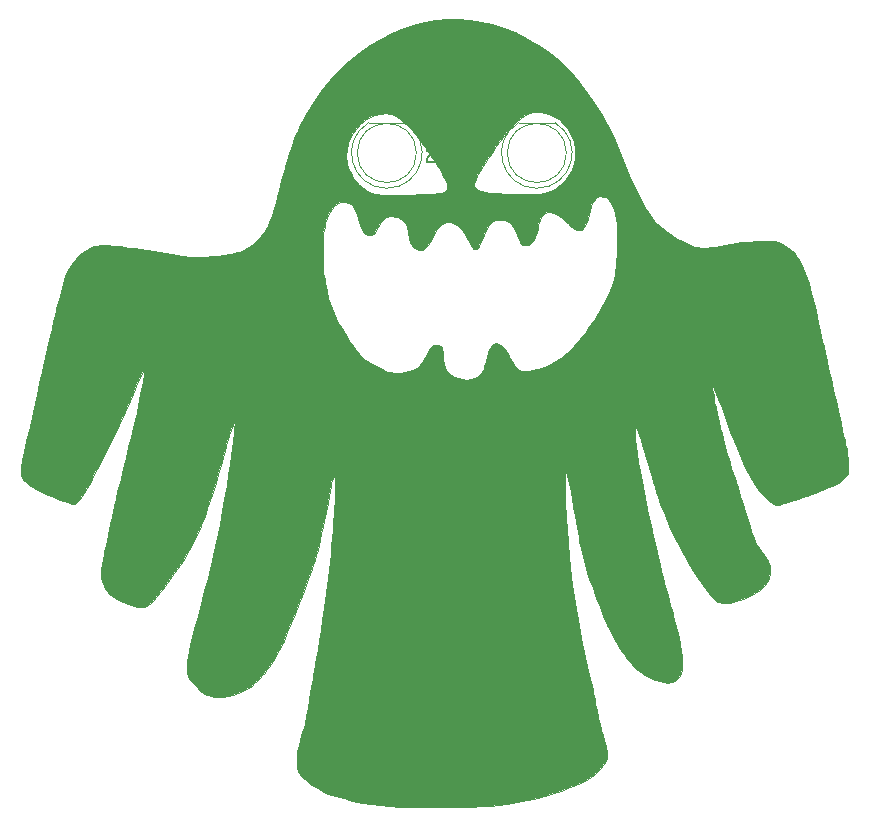
<source format=gbr>
G04 #@! TF.GenerationSoftware,KiCad,Pcbnew,(5.1.9)-1*
G04 #@! TF.CreationDate,2021-04-10T08:26:10+02:00*
G04 #@! TF.ProjectId,NE555V2,4e453535-3556-4322-9e6b-696361645f70,rev?*
G04 #@! TF.SameCoordinates,Original*
G04 #@! TF.FileFunction,Legend,Top*
G04 #@! TF.FilePolarity,Positive*
%FSLAX46Y46*%
G04 Gerber Fmt 4.6, Leading zero omitted, Abs format (unit mm)*
G04 Created by KiCad (PCBNEW (5.1.9)-1) date 2021-04-10 08:26:10*
%MOMM*%
%LPD*%
G01*
G04 APERTURE LIST*
%ADD10C,0.120000*%
%ADD11C,0.010000*%
%ADD12C,0.150000*%
G04 APERTURE END LIST*
D10*
X153945000Y-66020000D02*
X150855000Y-66020000D01*
X154900000Y-68580000D02*
G75*
G03*
X154900000Y-68580000I-2500000J0D01*
G01*
X152399538Y-71570000D02*
G75*
G03*
X153944830Y-66020000I462J2990000D01*
G01*
X152400462Y-71570000D02*
G75*
G02*
X150855170Y-66020000I-462J2990000D01*
G01*
D11*
G36*
X146725480Y-57327489D02*
G01*
X147689109Y-57476054D01*
X148650196Y-57699887D01*
X149603290Y-57997847D01*
X150542939Y-58368792D01*
X151463689Y-58811580D01*
X152360090Y-59325069D01*
X152714541Y-59552610D01*
X153542713Y-60147308D01*
X154336380Y-60811250D01*
X155096364Y-61545589D01*
X155823485Y-62351477D01*
X156518563Y-63230068D01*
X157182419Y-64182514D01*
X157815873Y-65209968D01*
X158419745Y-66313583D01*
X158994857Y-67494511D01*
X159542027Y-68753907D01*
X159891945Y-69638334D01*
X160206974Y-70425809D01*
X160559738Y-71238149D01*
X160930326Y-72030167D01*
X161289323Y-72725134D01*
X161656362Y-73343866D01*
X162039417Y-73894792D01*
X162446459Y-74386344D01*
X162885464Y-74826954D01*
X163364405Y-75225050D01*
X163891255Y-75589065D01*
X164473987Y-75927429D01*
X164752458Y-76071512D01*
X165063038Y-76224606D01*
X165335501Y-76350778D01*
X165581145Y-76450965D01*
X165811269Y-76526105D01*
X166037169Y-76577135D01*
X166270145Y-76604995D01*
X166521493Y-76610620D01*
X166802512Y-76594949D01*
X167124500Y-76558920D01*
X167498754Y-76503470D01*
X167936573Y-76429537D01*
X168296167Y-76365627D01*
X168804460Y-76277337D01*
X169252097Y-76207030D01*
X169660619Y-76152397D01*
X170051568Y-76111130D01*
X170446488Y-76080921D01*
X170866919Y-76059462D01*
X171280667Y-76045834D01*
X171701227Y-76037008D01*
X172050030Y-76036777D01*
X172339778Y-76047830D01*
X172583174Y-76072856D01*
X172792919Y-76114540D01*
X172981717Y-76175573D01*
X173162270Y-76258641D01*
X173347281Y-76366432D01*
X173549452Y-76501635D01*
X173599036Y-76536414D01*
X173891460Y-76762346D01*
X174146130Y-77005152D01*
X174373476Y-77278659D01*
X174583928Y-77596695D01*
X174787915Y-77973087D01*
X174960596Y-78341539D01*
X175120804Y-78724874D01*
X175273494Y-79138982D01*
X175421131Y-79592490D01*
X175566180Y-80094023D01*
X175711108Y-80652209D01*
X175858381Y-81275674D01*
X176010464Y-81973043D01*
X176042616Y-82126667D01*
X176083698Y-82319687D01*
X176141230Y-82583336D01*
X176212558Y-82905760D01*
X176295024Y-83275107D01*
X176385973Y-83679523D01*
X176482748Y-84107154D01*
X176582694Y-84546147D01*
X176678179Y-84963000D01*
X176809549Y-85535904D01*
X176945852Y-86132557D01*
X177085679Y-86746670D01*
X177227625Y-87371954D01*
X177370282Y-88002118D01*
X177512243Y-88630874D01*
X177652102Y-89251933D01*
X177788452Y-89859004D01*
X177919885Y-90445800D01*
X178044996Y-91006030D01*
X178162376Y-91533405D01*
X178270620Y-92021636D01*
X178368320Y-92464433D01*
X178454069Y-92855508D01*
X178526461Y-93188570D01*
X178584089Y-93457331D01*
X178625545Y-93655501D01*
X178647873Y-93768334D01*
X178702174Y-94113049D01*
X178740517Y-94466032D01*
X178762310Y-94809954D01*
X178766963Y-95127488D01*
X178753883Y-95401306D01*
X178722478Y-95614081D01*
X178712240Y-95653820D01*
X178631190Y-95849868D01*
X178500675Y-96036687D01*
X178315296Y-96218095D01*
X178069653Y-96397906D01*
X177758348Y-96579937D01*
X177375983Y-96768003D01*
X176917157Y-96965920D01*
X176773906Y-97023759D01*
X176554146Y-97109308D01*
X176279057Y-97213170D01*
X175961512Y-97330761D01*
X175614384Y-97457496D01*
X175250549Y-97588788D01*
X174882879Y-97720054D01*
X174524248Y-97846709D01*
X174187531Y-97964166D01*
X173885601Y-98067842D01*
X173631331Y-98153151D01*
X173437597Y-98215508D01*
X173372554Y-98235163D01*
X173106922Y-98309119D01*
X172903626Y-98354772D01*
X172745433Y-98372754D01*
X172615108Y-98363694D01*
X172495418Y-98328223D01*
X172377584Y-98271565D01*
X172219090Y-98166579D01*
X172026662Y-98009228D01*
X171816625Y-97815284D01*
X171605304Y-97600516D01*
X171409026Y-97380693D01*
X171256748Y-97188879D01*
X170917205Y-96695614D01*
X170575257Y-96133974D01*
X170229997Y-95501976D01*
X169880521Y-94797636D01*
X169525922Y-94018970D01*
X169165296Y-93163996D01*
X168797736Y-92230729D01*
X168422337Y-91217186D01*
X168062081Y-90191167D01*
X167970109Y-89930823D01*
X167867033Y-89651798D01*
X167765034Y-89386384D01*
X167676295Y-89166876D01*
X167670853Y-89153965D01*
X167585786Y-88945920D01*
X167505884Y-88738281D01*
X167441924Y-88559681D01*
X167412681Y-88468203D01*
X167359120Y-88308490D01*
X167313736Y-88220026D01*
X167280025Y-88205930D01*
X167261487Y-88269320D01*
X167259000Y-88331152D01*
X167271087Y-88545423D01*
X167306650Y-88835546D01*
X167364642Y-89196340D01*
X167444016Y-89622618D01*
X167543727Y-90109197D01*
X167662726Y-90650893D01*
X167799967Y-91242522D01*
X167954405Y-91878899D01*
X168061928Y-92307834D01*
X168169341Y-92728887D01*
X168268150Y-93110005D01*
X168361771Y-93462836D01*
X168453620Y-93799033D01*
X168547112Y-94130247D01*
X168645662Y-94468128D01*
X168752688Y-94824327D01*
X168871603Y-95210495D01*
X169005824Y-95638282D01*
X169158767Y-96119341D01*
X169333847Y-96665322D01*
X169396077Y-96858667D01*
X169639867Y-97616748D01*
X169857616Y-98296334D01*
X170049915Y-98899301D01*
X170217357Y-99427523D01*
X170360533Y-99882873D01*
X170480036Y-100267227D01*
X170576457Y-100582459D01*
X170646403Y-100816834D01*
X170763827Y-101173625D01*
X170899824Y-101493901D01*
X171066840Y-101801011D01*
X171277321Y-102118309D01*
X171492536Y-102404334D01*
X171713304Y-102695052D01*
X171881086Y-102939730D01*
X172002738Y-103152224D01*
X172085116Y-103346390D01*
X172135076Y-103536082D01*
X172159475Y-103735155D01*
X172160688Y-103754647D01*
X172145999Y-104179216D01*
X172051855Y-104576404D01*
X171879205Y-104945359D01*
X171628997Y-105285228D01*
X171302181Y-105595160D01*
X170899704Y-105874303D01*
X170422515Y-106121805D01*
X169871563Y-106336814D01*
X169247795Y-106518477D01*
X169025141Y-106571186D01*
X168634103Y-106646526D01*
X168309423Y-106681188D01*
X168043284Y-106675321D01*
X167827870Y-106629071D01*
X167745936Y-106595383D01*
X167585137Y-106489361D01*
X167385769Y-106308415D01*
X167148117Y-106052848D01*
X166872465Y-105722960D01*
X166628020Y-105410000D01*
X165980638Y-104506850D01*
X165354449Y-103524013D01*
X164750884Y-102464131D01*
X164171373Y-101329844D01*
X163617347Y-100123794D01*
X163132989Y-98957183D01*
X162998112Y-98611873D01*
X162871778Y-98278350D01*
X162750870Y-97946998D01*
X162632273Y-97608203D01*
X162512872Y-97252349D01*
X162389551Y-96869821D01*
X162259195Y-96451004D01*
X162118687Y-95986284D01*
X161964914Y-95466045D01*
X161794759Y-94880672D01*
X161657447Y-94403334D01*
X161485451Y-93807114D01*
X161333719Y-93289462D01*
X161201137Y-92847019D01*
X161086592Y-92476430D01*
X160988971Y-92174338D01*
X160907161Y-91937386D01*
X160840047Y-91762217D01*
X160786518Y-91645474D01*
X160745458Y-91583802D01*
X160718500Y-91572511D01*
X160697005Y-91622007D01*
X160684263Y-91742406D01*
X160679815Y-91920447D01*
X160683205Y-92142867D01*
X160693973Y-92396407D01*
X160711664Y-92667804D01*
X160735819Y-92943797D01*
X160765979Y-93211125D01*
X160778216Y-93302667D01*
X160878079Y-93975353D01*
X160998749Y-94718648D01*
X161138054Y-95521673D01*
X161293819Y-96373551D01*
X161463871Y-97263400D01*
X161646036Y-98180344D01*
X161838141Y-99113503D01*
X162038013Y-100051998D01*
X162243476Y-100984950D01*
X162452359Y-101901482D01*
X162662486Y-102790713D01*
X162727873Y-103060500D01*
X162836201Y-103500006D01*
X162954990Y-103973704D01*
X163081097Y-104469626D01*
X163211374Y-104975804D01*
X163342677Y-105480269D01*
X163471861Y-105971054D01*
X163595779Y-106436189D01*
X163711288Y-106863708D01*
X163815240Y-107241641D01*
X163904492Y-107558021D01*
X163958435Y-107742832D01*
X164136608Y-108373579D01*
X164293504Y-108995891D01*
X164427691Y-109600802D01*
X164537741Y-110179343D01*
X164622223Y-110722550D01*
X164679706Y-111221453D01*
X164708760Y-111667088D01*
X164707954Y-112050487D01*
X164685580Y-112301256D01*
X164607074Y-112656282D01*
X164480870Y-112941823D01*
X164305359Y-113159414D01*
X164078932Y-113310594D01*
X163799980Y-113396899D01*
X163514130Y-113420408D01*
X163196794Y-113392014D01*
X162835275Y-113311394D01*
X162446049Y-113185384D01*
X162045595Y-113020825D01*
X161650388Y-112824555D01*
X161276907Y-112603412D01*
X160941628Y-112364235D01*
X160911676Y-112340270D01*
X160650644Y-112102818D01*
X160366757Y-111797051D01*
X160067967Y-111433514D01*
X159762227Y-111022755D01*
X159457489Y-110575320D01*
X159161705Y-110101757D01*
X158957986Y-109749167D01*
X158650469Y-109166617D01*
X158337004Y-108513224D01*
X158022531Y-107802105D01*
X157711991Y-107046380D01*
X157410327Y-106259168D01*
X157122479Y-105453588D01*
X156853387Y-104642760D01*
X156607994Y-103839801D01*
X156391240Y-103057833D01*
X156295314Y-102679500D01*
X156221285Y-102372071D01*
X156150578Y-102066270D01*
X156081373Y-101752808D01*
X156011848Y-101422396D01*
X155940182Y-101065741D01*
X155864556Y-100673556D01*
X155783147Y-100236549D01*
X155694135Y-99745430D01*
X155595699Y-99190910D01*
X155486020Y-98563697D01*
X155465603Y-98446167D01*
X155360283Y-97845153D01*
X155266633Y-97323808D01*
X155183717Y-96878079D01*
X155110604Y-96503912D01*
X155046360Y-96197253D01*
X154990052Y-95954047D01*
X154940746Y-95770240D01*
X154897510Y-95641780D01*
X154859410Y-95564611D01*
X154825513Y-95534680D01*
X154797752Y-95544856D01*
X154776029Y-95611126D01*
X154760561Y-95756130D01*
X154751200Y-95974177D01*
X154747801Y-96259578D01*
X154750218Y-96606642D01*
X154758304Y-97009679D01*
X154771913Y-97462998D01*
X154790900Y-97960909D01*
X154815117Y-98497722D01*
X154844418Y-99067747D01*
X154878659Y-99665293D01*
X154917691Y-100284670D01*
X154920685Y-100330000D01*
X155122019Y-102748840D01*
X155405797Y-105177502D01*
X155771176Y-107610593D01*
X156217311Y-110042720D01*
X156743358Y-112468489D01*
X156964611Y-113389834D01*
X157049863Y-113738924D01*
X157121918Y-114043350D01*
X157184927Y-114323027D01*
X157243040Y-114597877D01*
X157300405Y-114887815D01*
X157361172Y-115212761D01*
X157429491Y-115592634D01*
X157462900Y-115781667D01*
X157492828Y-115928660D01*
X157541859Y-116142262D01*
X157606287Y-116407543D01*
X157682407Y-116709575D01*
X157766513Y-117033430D01*
X157854900Y-117364179D01*
X157864181Y-117398342D01*
X157989667Y-117862158D01*
X158093395Y-118252658D01*
X158176998Y-118577896D01*
X158242108Y-118845928D01*
X158290358Y-119064807D01*
X158323381Y-119242589D01*
X158342811Y-119387330D01*
X158350278Y-119507082D01*
X158347418Y-119609902D01*
X158335862Y-119703845D01*
X158333883Y-119715391D01*
X158228569Y-120071305D01*
X158040063Y-120419580D01*
X157769566Y-120759396D01*
X157418275Y-121089938D01*
X156987392Y-121410388D01*
X156478114Y-121719928D01*
X155891643Y-122017743D01*
X155229177Y-122303014D01*
X154491916Y-122574924D01*
X153818167Y-122791657D01*
X152499053Y-123155696D01*
X151178129Y-123448741D01*
X149840263Y-123673432D01*
X148470329Y-123832408D01*
X147404667Y-123910555D01*
X147170202Y-123921060D01*
X146861677Y-123930823D01*
X146489692Y-123939777D01*
X146064851Y-123947855D01*
X145597757Y-123954988D01*
X145099012Y-123961108D01*
X144579218Y-123966149D01*
X144048978Y-123970042D01*
X143518896Y-123972720D01*
X142999572Y-123974114D01*
X142501611Y-123974157D01*
X142035614Y-123972781D01*
X141612185Y-123969919D01*
X141241925Y-123965502D01*
X140935438Y-123959463D01*
X140737167Y-123953174D01*
X139960425Y-123905177D01*
X139162267Y-123824490D01*
X138357705Y-123713977D01*
X137561755Y-123576501D01*
X136789432Y-123414925D01*
X136055751Y-123232115D01*
X135375725Y-123030932D01*
X134764370Y-122814242D01*
X134763126Y-122813756D01*
X134200634Y-122570250D01*
X133691142Y-122301557D01*
X133240471Y-122012017D01*
X132854445Y-121705973D01*
X132538888Y-121387766D01*
X132299622Y-121061736D01*
X132220716Y-120918344D01*
X132058834Y-120590706D01*
X132060554Y-120017103D01*
X132066635Y-119764755D01*
X132085187Y-119521220D01*
X132119020Y-119273058D01*
X132170944Y-119006827D01*
X132243769Y-118709086D01*
X132340306Y-118366393D01*
X132463366Y-117965307D01*
X132539235Y-117727770D01*
X132620720Y-117469440D01*
X132688613Y-117237945D01*
X132746366Y-117016949D01*
X132797432Y-116790116D01*
X132845262Y-116541109D01*
X132893309Y-116253591D01*
X132945026Y-115911227D01*
X132990756Y-115591167D01*
X133095278Y-114900000D01*
X133216562Y-114198582D01*
X133359857Y-113457159D01*
X133412725Y-113199334D01*
X133482275Y-112847394D01*
X133561122Y-112416466D01*
X133649358Y-111905959D01*
X133747077Y-111315284D01*
X133854373Y-110643851D01*
X133971337Y-109891069D01*
X134098065Y-109056350D01*
X134234650Y-108139104D01*
X134381184Y-107138740D01*
X134474211Y-106496353D01*
X134561022Y-105873099D01*
X134645495Y-105225031D01*
X134727190Y-104557974D01*
X134805663Y-103877751D01*
X134880471Y-103190188D01*
X134951173Y-102501108D01*
X135017324Y-101816337D01*
X135078483Y-101141699D01*
X135134207Y-100483018D01*
X135184053Y-99846119D01*
X135227578Y-99236827D01*
X135264340Y-98660965D01*
X135293897Y-98124359D01*
X135315805Y-97632833D01*
X135329621Y-97192211D01*
X135334904Y-96808319D01*
X135331210Y-96486980D01*
X135318096Y-96234019D01*
X135295121Y-96055261D01*
X135273567Y-95978890D01*
X135226740Y-95883916D01*
X135193036Y-95862094D01*
X135172769Y-95885000D01*
X135146648Y-95952146D01*
X135112078Y-96075062D01*
X135068214Y-96257716D01*
X135014214Y-96504073D01*
X134949235Y-96818102D01*
X134872435Y-97203769D01*
X134782971Y-97665041D01*
X134682592Y-98192167D01*
X134539789Y-98940461D01*
X134408078Y-99614259D01*
X134285171Y-100222670D01*
X134168778Y-100774800D01*
X134056611Y-101279757D01*
X133946382Y-101746648D01*
X133835803Y-102184581D01*
X133722584Y-102602664D01*
X133604437Y-103010003D01*
X133479075Y-103415706D01*
X133344208Y-103828880D01*
X133197547Y-104258633D01*
X133060394Y-104648000D01*
X132676883Y-105706199D01*
X132308718Y-106684910D01*
X131954305Y-107587599D01*
X131612051Y-108417733D01*
X131280362Y-109178779D01*
X130957645Y-109874204D01*
X130642305Y-110507473D01*
X130332749Y-111082054D01*
X130027383Y-111601413D01*
X129724614Y-112069017D01*
X129508630Y-112373834D01*
X129350616Y-112573832D01*
X129156071Y-112797858D01*
X128938030Y-113032931D01*
X128709530Y-113266068D01*
X128483608Y-113484288D01*
X128273299Y-113674610D01*
X128091641Y-113824050D01*
X127962699Y-113913288D01*
X127562915Y-114121378D01*
X127129660Y-114298662D01*
X126678498Y-114441791D01*
X126224999Y-114547418D01*
X125784728Y-114612195D01*
X125373253Y-114632775D01*
X125006141Y-114605810D01*
X124866962Y-114579038D01*
X124502582Y-114462289D01*
X124163377Y-114286445D01*
X123834095Y-114042479D01*
X123610547Y-113835535D01*
X123299968Y-113494357D01*
X123066280Y-113162499D01*
X122904034Y-112829559D01*
X122807783Y-112485136D01*
X122777673Y-112245194D01*
X122777761Y-111991166D01*
X122808076Y-111659747D01*
X122868290Y-111252511D01*
X122958078Y-110771027D01*
X123077113Y-110216869D01*
X123225069Y-109591607D01*
X123401619Y-108896815D01*
X123606438Y-108134062D01*
X123704495Y-107780667D01*
X123985333Y-106750735D01*
X124263482Y-105678373D01*
X124536824Y-104573846D01*
X124803240Y-103447421D01*
X125060608Y-102309364D01*
X125306811Y-101169941D01*
X125539729Y-100039419D01*
X125757242Y-98928062D01*
X125957232Y-97846138D01*
X126137578Y-96803913D01*
X126296162Y-95811652D01*
X126430864Y-94879622D01*
X126510174Y-94255167D01*
X154643667Y-94255167D01*
X154664834Y-94276334D01*
X154686000Y-94255167D01*
X154664834Y-94234000D01*
X154643667Y-94255167D01*
X126510174Y-94255167D01*
X126531681Y-94085834D01*
X126563808Y-93811864D01*
X126602543Y-93481429D01*
X126644649Y-93122153D01*
X126686888Y-92761665D01*
X126726022Y-92427589D01*
X126726763Y-92421261D01*
X126765434Y-92080444D01*
X126792205Y-91815868D01*
X126807247Y-91619972D01*
X126810729Y-91485193D01*
X126802823Y-91403970D01*
X126783696Y-91368742D01*
X126753520Y-91371947D01*
X126750292Y-91373848D01*
X126705985Y-91435860D01*
X126643672Y-91575895D01*
X126564724Y-91789555D01*
X126470514Y-92072443D01*
X126362412Y-92420162D01*
X126241792Y-92828317D01*
X126110025Y-93292509D01*
X125968483Y-93808341D01*
X125837984Y-94297500D01*
X125636883Y-95038805D01*
X125423258Y-95785818D01*
X125200305Y-96529097D01*
X124971217Y-97259201D01*
X124739189Y-97966689D01*
X124507413Y-98642119D01*
X124279085Y-99276049D01*
X124057398Y-99859038D01*
X123845546Y-100381646D01*
X123646723Y-100834429D01*
X123575274Y-100986167D01*
X123029598Y-102040822D01*
X122406221Y-103101545D01*
X121710816Y-104159687D01*
X120949059Y-105206594D01*
X120156550Y-106197888D01*
X119911628Y-106481147D01*
X119699194Y-106698671D01*
X119505397Y-106855582D01*
X119316386Y-106957005D01*
X119118308Y-107008063D01*
X118897313Y-107013880D01*
X118639549Y-106979579D01*
X118331164Y-106910284D01*
X118271611Y-106895110D01*
X117786448Y-106759113D01*
X117374099Y-106618337D01*
X117022714Y-106467025D01*
X116720447Y-106299421D01*
X116455449Y-106109772D01*
X116223790Y-105900293D01*
X116024016Y-105681256D01*
X115869515Y-105463176D01*
X115747144Y-105238287D01*
X115648008Y-105017220D01*
X115573632Y-104800935D01*
X115524198Y-104579152D01*
X115499887Y-104341590D01*
X115500881Y-104077968D01*
X115527361Y-103778007D01*
X115579508Y-103431426D01*
X115657505Y-103027943D01*
X115761532Y-102557280D01*
X115797164Y-102404334D01*
X115864380Y-102110490D01*
X115932268Y-101799747D01*
X115995145Y-101499074D01*
X116047330Y-101235442D01*
X116073650Y-101092000D01*
X116116615Y-100846149D01*
X116161650Y-100588987D01*
X116202856Y-100354185D01*
X116229461Y-100203000D01*
X116268997Y-99995834D01*
X116326668Y-99720235D01*
X116402846Y-99374605D01*
X116497908Y-98957343D01*
X116612226Y-98466851D01*
X116746176Y-97901528D01*
X116900131Y-97259777D01*
X117074467Y-96539997D01*
X117269557Y-95740589D01*
X117363878Y-95355834D01*
X117605144Y-94370108D01*
X117825651Y-93463095D01*
X118026086Y-92631606D01*
X118207137Y-91872448D01*
X118369493Y-91182430D01*
X118513840Y-90558361D01*
X118640867Y-89997050D01*
X118751262Y-89495305D01*
X118845713Y-89049936D01*
X118924907Y-88657750D01*
X118989532Y-88315557D01*
X119040276Y-88020165D01*
X119077827Y-87768383D01*
X119102873Y-87557020D01*
X119116101Y-87382885D01*
X119118200Y-87242786D01*
X119117420Y-87220262D01*
X119104834Y-86931500D01*
X118887538Y-87354834D01*
X118801230Y-87532699D01*
X118694266Y-87768092D01*
X118576073Y-88039398D01*
X118456082Y-88325004D01*
X118351936Y-88582500D01*
X117931465Y-89608507D01*
X117460796Y-90689602D01*
X116944424Y-91816247D01*
X116386846Y-92978902D01*
X115792559Y-94168027D01*
X115166059Y-95374083D01*
X115029549Y-95631000D01*
X114735105Y-96177263D01*
X114473021Y-96650558D01*
X114240462Y-97054922D01*
X114034594Y-97394392D01*
X113852582Y-97673004D01*
X113691591Y-97894796D01*
X113548787Y-98063805D01*
X113421334Y-98184067D01*
X113306397Y-98259619D01*
X113201143Y-98294498D01*
X113156717Y-98298000D01*
X113043715Y-98280725D01*
X112864777Y-98231725D01*
X112630614Y-98155242D01*
X112351938Y-98055516D01*
X112039462Y-97936788D01*
X111703896Y-97803298D01*
X111355954Y-97659287D01*
X111006347Y-97508996D01*
X110665786Y-97356665D01*
X110344984Y-97206536D01*
X110118143Y-97095089D01*
X109711234Y-96875670D01*
X109382104Y-96665165D01*
X109125001Y-96458645D01*
X108934177Y-96251181D01*
X108803883Y-96037844D01*
X108761048Y-95931600D01*
X108738498Y-95856115D01*
X108721908Y-95774236D01*
X108712172Y-95680734D01*
X108710182Y-95570383D01*
X108716832Y-95437954D01*
X108733014Y-95278219D01*
X108759621Y-95085950D01*
X108797546Y-94855921D01*
X108847682Y-94582903D01*
X108910922Y-94261668D01*
X108988160Y-93886988D01*
X109080287Y-93453637D01*
X109188197Y-92956385D01*
X109312783Y-92390006D01*
X109454937Y-91749271D01*
X109542706Y-91355334D01*
X109802610Y-90191360D01*
X110045421Y-89106712D01*
X110271943Y-88097963D01*
X110482980Y-87161684D01*
X110679336Y-86294447D01*
X110861816Y-85492826D01*
X111031222Y-84753393D01*
X111188359Y-84072718D01*
X111334031Y-83447376D01*
X111469042Y-82873939D01*
X111594195Y-82348977D01*
X111710296Y-81869065D01*
X111818146Y-81430774D01*
X111918552Y-81030676D01*
X112012315Y-80665345D01*
X112100241Y-80331351D01*
X112183134Y-80025268D01*
X112261797Y-79743667D01*
X112286006Y-79658865D01*
X112495480Y-79034319D01*
X112747743Y-78466732D01*
X113039802Y-77959704D01*
X113368665Y-77516833D01*
X113731338Y-77141719D01*
X114124828Y-76837959D01*
X114546144Y-76609154D01*
X114935000Y-76473336D01*
X115144366Y-76435279D01*
X115420581Y-76411194D01*
X115746960Y-76401276D01*
X116106814Y-76405716D01*
X116483455Y-76424709D01*
X116797667Y-76451748D01*
X117086021Y-76484242D01*
X117445926Y-76529104D01*
X117865455Y-76584568D01*
X118332682Y-76648865D01*
X118835679Y-76720229D01*
X119362518Y-76796892D01*
X119901274Y-76877086D01*
X120440018Y-76959045D01*
X120966825Y-77041001D01*
X121469766Y-77121187D01*
X121936915Y-77197835D01*
X122356344Y-77269179D01*
X122576167Y-77307991D01*
X122851943Y-77356296D01*
X123069351Y-77390002D01*
X123253071Y-77410988D01*
X123427782Y-77421131D01*
X123618164Y-77422310D01*
X123848897Y-77416404D01*
X123952000Y-77412704D01*
X124433748Y-77385758D01*
X124934435Y-77341412D01*
X125438686Y-77282077D01*
X125931126Y-77210165D01*
X126396381Y-77128087D01*
X126819078Y-77038254D01*
X126949076Y-77004334D01*
X134261389Y-77004334D01*
X134263595Y-77438119D01*
X134270445Y-77806284D01*
X134283725Y-78127827D01*
X134305221Y-78421748D01*
X134336719Y-78707044D01*
X134380005Y-79002713D01*
X134436864Y-79327754D01*
X134509082Y-79701166D01*
X134520042Y-79756000D01*
X134641095Y-80330050D01*
X134762739Y-80836695D01*
X134891567Y-81292984D01*
X135034175Y-81715966D01*
X135197157Y-82122689D01*
X135387107Y-82530202D01*
X135610621Y-82955553D01*
X135874294Y-83415792D01*
X136046906Y-83703270D01*
X136301135Y-84115594D01*
X136524725Y-84464901D01*
X136726322Y-84763172D01*
X136914575Y-85022389D01*
X137098130Y-85254534D01*
X137285636Y-85471590D01*
X137453004Y-85651526D01*
X137810299Y-85992321D01*
X138194354Y-86292099D01*
X138624834Y-86564759D01*
X139091921Y-86809981D01*
X139446784Y-86970921D01*
X139758301Y-87084956D01*
X140049773Y-87157399D01*
X140344502Y-87193561D01*
X140665789Y-87198754D01*
X140779500Y-87194674D01*
X141211565Y-87153958D01*
X141588977Y-87070045D01*
X141921264Y-86936413D01*
X142217956Y-86746537D01*
X142488581Y-86493895D01*
X142742670Y-86171963D01*
X142989751Y-85774218D01*
X143070944Y-85626020D01*
X143181893Y-85428126D01*
X143295899Y-85241919D01*
X143398939Y-85089375D01*
X143471695Y-84997975D01*
X143566489Y-84904661D01*
X143647787Y-84856342D01*
X143751188Y-84838372D01*
X143865381Y-84836000D01*
X144077892Y-84855574D01*
X144245451Y-84910277D01*
X144352561Y-84994084D01*
X144374909Y-85034144D01*
X144387716Y-85102008D01*
X144403102Y-85236708D01*
X144419368Y-85420522D01*
X144434816Y-85635727D01*
X144438959Y-85702459D01*
X144478830Y-86126358D01*
X144545919Y-86479924D01*
X144644521Y-86774327D01*
X144778933Y-87020740D01*
X144953451Y-87230332D01*
X145065550Y-87331863D01*
X145363714Y-87527882D01*
X145710440Y-87670967D01*
X146085678Y-87757790D01*
X146469376Y-87785022D01*
X146841483Y-87749334D01*
X147118707Y-87672736D01*
X147372952Y-87542374D01*
X147602239Y-87358878D01*
X147784263Y-87142596D01*
X147869313Y-86987989D01*
X147916296Y-86856387D01*
X147971186Y-86668068D01*
X148026702Y-86449609D01*
X148069685Y-86256493D01*
X148160576Y-85867985D01*
X148261223Y-85545868D01*
X148378203Y-85271923D01*
X148507090Y-85044929D01*
X148646968Y-84861004D01*
X148786520Y-84752282D01*
X148937596Y-84710181D01*
X148970870Y-84709000D01*
X149152152Y-84735097D01*
X149326054Y-84816911D01*
X149497696Y-84959723D01*
X149672194Y-85168818D01*
X149854664Y-85449478D01*
X150050224Y-85806986D01*
X150067889Y-85841630D01*
X150262884Y-86203214D01*
X150444507Y-86490285D01*
X150618841Y-86710728D01*
X150791970Y-86872431D01*
X150934735Y-86965358D01*
X151140653Y-87034843D01*
X151406076Y-87060581D01*
X151719651Y-87045160D01*
X152070020Y-86991171D01*
X152445831Y-86901204D01*
X152835727Y-86777847D01*
X153228353Y-86623692D01*
X153612355Y-86441327D01*
X153876367Y-86294459D01*
X154422014Y-85929473D01*
X154968620Y-85484212D01*
X155511906Y-84962906D01*
X156047590Y-84369786D01*
X156571390Y-83709080D01*
X156771113Y-83434581D01*
X157316517Y-82634833D01*
X157788847Y-81873517D01*
X158187885Y-81151064D01*
X158513416Y-80467904D01*
X158765222Y-79824470D01*
X158943086Y-79221192D01*
X158984394Y-79036480D01*
X159050123Y-78653345D01*
X159104588Y-78207987D01*
X159147615Y-77714745D01*
X159179033Y-77187956D01*
X159198669Y-76641956D01*
X159206350Y-76091083D01*
X159201903Y-75549674D01*
X159185157Y-75032066D01*
X159155939Y-74552597D01*
X159114076Y-74125602D01*
X159059395Y-73765421D01*
X159048491Y-73710308D01*
X158944781Y-73324126D01*
X158806471Y-72990126D01*
X158638701Y-72712915D01*
X158446610Y-72497097D01*
X158235336Y-72347278D01*
X158010019Y-72268065D01*
X157775798Y-72264062D01*
X157537811Y-72339876D01*
X157525972Y-72345811D01*
X157355626Y-72456382D01*
X157211404Y-72605578D01*
X157088394Y-72802834D01*
X156981682Y-73057583D01*
X156886356Y-73379260D01*
X156808210Y-73724089D01*
X156709827Y-74146147D01*
X156602088Y-74487902D01*
X156482460Y-74753442D01*
X156348405Y-74946853D01*
X156197388Y-75072225D01*
X156026873Y-75133645D01*
X155928888Y-75141667D01*
X155784432Y-75119346D01*
X155627254Y-75048301D01*
X155448067Y-74922407D01*
X155237582Y-74735537D01*
X155088167Y-74587269D01*
X154823415Y-74334735D01*
X154548757Y-74105771D01*
X154275846Y-73907857D01*
X154016337Y-73748473D01*
X153781884Y-73635100D01*
X153584142Y-73575218D01*
X153499741Y-73567702D01*
X153261687Y-73612178D01*
X153041297Y-73735194D01*
X152845923Y-73931254D01*
X152696074Y-74168508D01*
X152654392Y-74273445D01*
X152602049Y-74439503D01*
X152545398Y-74644864D01*
X152490792Y-74867709D01*
X152484764Y-74894208D01*
X152381730Y-75291475D01*
X152264967Y-75635317D01*
X152138593Y-75915057D01*
X152016765Y-76107413D01*
X151863902Y-76254501D01*
X151681215Y-76356366D01*
X151489531Y-76407047D01*
X151309680Y-76400583D01*
X151182394Y-76346215D01*
X151092073Y-76258181D01*
X150993024Y-76111677D01*
X150881300Y-75899719D01*
X150752954Y-75615324D01*
X150705083Y-75501500D01*
X150541127Y-75126579D01*
X150387748Y-74827137D01*
X150236624Y-74596126D01*
X150079435Y-74426492D01*
X149907863Y-74311187D01*
X149713588Y-74243158D01*
X149488289Y-74215355D01*
X149223647Y-74220726D01*
X149196171Y-74222705D01*
X148926906Y-74264537D01*
X148695168Y-74350924D01*
X148493717Y-74489100D01*
X148315316Y-74686300D01*
X148152727Y-74949757D01*
X147998712Y-75286706D01*
X147916655Y-75501500D01*
X147767166Y-75893423D01*
X147630750Y-76206274D01*
X147504866Y-76444192D01*
X147386970Y-76611321D01*
X147274520Y-76711799D01*
X147164972Y-76749770D01*
X147149786Y-76750334D01*
X147088593Y-76743741D01*
X147032437Y-76717507D01*
X146974339Y-76661943D01*
X146907318Y-76567362D01*
X146824394Y-76424077D01*
X146718586Y-76222402D01*
X146600704Y-75988334D01*
X146408381Y-75619623D01*
X146231979Y-75321263D01*
X146062556Y-75082671D01*
X145891170Y-74893263D01*
X145708883Y-74742456D01*
X145506752Y-74619666D01*
X145400737Y-74567882D01*
X145097744Y-74461975D01*
X144818214Y-74430885D01*
X144568648Y-74475274D01*
X144552218Y-74481321D01*
X144393441Y-74558945D01*
X144243997Y-74670965D01*
X144097156Y-74825935D01*
X143946189Y-75032407D01*
X143784367Y-75298934D01*
X143604959Y-75634068D01*
X143533025Y-75776667D01*
X143354480Y-76113549D01*
X143190028Y-76374748D01*
X143033356Y-76566755D01*
X142878153Y-76696057D01*
X142718106Y-76769144D01*
X142546903Y-76792504D01*
X142544815Y-76792509D01*
X142324865Y-76755026D01*
X142102248Y-76652585D01*
X141900480Y-76500742D01*
X141743073Y-76315055D01*
X141695902Y-76230832D01*
X141661976Y-76153802D01*
X141632287Y-76069654D01*
X141603925Y-75965223D01*
X141573982Y-75827346D01*
X141539546Y-75642856D01*
X141497710Y-75398589D01*
X141455955Y-75145151D01*
X141389702Y-74829777D01*
X141299031Y-74582210D01*
X141172474Y-74386587D01*
X140998567Y-74227043D01*
X140765844Y-74087716D01*
X140652500Y-74033540D01*
X140418514Y-73960499D01*
X140160434Y-73933726D01*
X139908763Y-73953355D01*
X139694001Y-74019521D01*
X139674736Y-74029226D01*
X139504430Y-74147580D01*
X139322550Y-74320693D01*
X139149990Y-74525132D01*
X139007645Y-74737462D01*
X138956401Y-74834849D01*
X138814781Y-75104288D01*
X138673196Y-75314860D01*
X138538532Y-75457084D01*
X138472440Y-75501445D01*
X138268063Y-75567204D01*
X138072391Y-75551253D01*
X137887841Y-75456315D01*
X137716831Y-75285111D01*
X137561778Y-75040365D01*
X137425097Y-74724798D01*
X137309207Y-74341135D01*
X137262762Y-74138801D01*
X137153769Y-73716083D01*
X137018937Y-73371923D01*
X136855906Y-73103532D01*
X136662314Y-72908121D01*
X136435799Y-72782901D01*
X136173999Y-72725082D01*
X136061545Y-72720200D01*
X135780256Y-72761511D01*
X135513110Y-72882719D01*
X135263515Y-73079737D01*
X135034879Y-73348480D01*
X134830611Y-73684862D01*
X134654118Y-74084795D01*
X134508808Y-74544194D01*
X134494715Y-74598815D01*
X134428835Y-74868454D01*
X134376398Y-75108561D01*
X134335928Y-75334334D01*
X134305951Y-75560972D01*
X134284994Y-75803675D01*
X134271581Y-76077641D01*
X134264239Y-76398068D01*
X134261494Y-76780157D01*
X134261389Y-77004334D01*
X126949076Y-77004334D01*
X127183841Y-76943078D01*
X127406963Y-76870794D01*
X127853905Y-76666495D01*
X128283945Y-76386893D01*
X128687580Y-76041029D01*
X129055308Y-75637943D01*
X129377624Y-75186676D01*
X129604946Y-74779791D01*
X129722487Y-74527739D01*
X129835238Y-74256129D01*
X129946121Y-73955722D01*
X130058058Y-73617279D01*
X130173969Y-73231562D01*
X130296778Y-72789330D01*
X130429405Y-72281345D01*
X130558847Y-71763285D01*
X130769204Y-70923969D01*
X130970058Y-70159953D01*
X131164711Y-69462846D01*
X131311758Y-68973135D01*
X136278701Y-68973135D01*
X136302050Y-69270848D01*
X136357538Y-69544554D01*
X136451028Y-69823333D01*
X136585765Y-70130747D01*
X136733829Y-70425905D01*
X136877602Y-70669015D01*
X137036708Y-70889247D01*
X137230773Y-71115770D01*
X137295974Y-71186356D01*
X137634988Y-71501764D01*
X138002386Y-71757909D01*
X138385586Y-71947928D01*
X138772003Y-72064956D01*
X138959167Y-72093621D01*
X139145340Y-72106817D01*
X139403100Y-72116874D01*
X139719422Y-72123792D01*
X140081284Y-72127573D01*
X140475664Y-72128220D01*
X140889538Y-72125733D01*
X141309884Y-72120114D01*
X141723678Y-72111363D01*
X142117900Y-72099484D01*
X142282334Y-72093245D01*
X142799803Y-72069857D01*
X143259597Y-72044270D01*
X143656561Y-72016895D01*
X143985541Y-71988142D01*
X144241380Y-71958420D01*
X144418923Y-71928139D01*
X144448826Y-71920960D01*
X144588809Y-71855633D01*
X144713340Y-71750913D01*
X144718452Y-71744961D01*
X144785472Y-71636579D01*
X144817857Y-71506514D01*
X144813512Y-71349181D01*
X144775720Y-71182695D01*
X147078544Y-71182695D01*
X147086829Y-71353943D01*
X147151103Y-71502258D01*
X147274997Y-71629006D01*
X147462139Y-71735551D01*
X147716159Y-71823258D01*
X148040688Y-71893490D01*
X148439353Y-71947613D01*
X148915785Y-71986992D01*
X149266303Y-72005218D01*
X149581411Y-72016660D01*
X149931755Y-72026116D01*
X150306062Y-72033567D01*
X150693059Y-72038993D01*
X151081473Y-72042374D01*
X151460032Y-72043690D01*
X151817462Y-72042921D01*
X152142491Y-72040048D01*
X152423846Y-72035050D01*
X152650254Y-72027909D01*
X152810443Y-72018602D01*
X152872568Y-72011574D01*
X153043939Y-71973283D01*
X153243065Y-71914171D01*
X153389893Y-71861250D01*
X153904066Y-71613885D01*
X154357144Y-71307953D01*
X154748444Y-70944208D01*
X155077285Y-70523403D01*
X155342984Y-70046289D01*
X155544860Y-69513619D01*
X155558124Y-69469000D01*
X155592322Y-69331759D01*
X155615449Y-69183330D01*
X155629169Y-69004136D01*
X155635149Y-68774600D01*
X155635560Y-68558834D01*
X155633131Y-68303542D01*
X155626742Y-68112077D01*
X155613850Y-67963609D01*
X155591909Y-67837311D01*
X155558377Y-67712353D01*
X155516646Y-67585167D01*
X155299857Y-67063125D01*
X155026596Y-66590988D01*
X154702112Y-66175220D01*
X154331658Y-65822283D01*
X153920481Y-65538640D01*
X153801810Y-65474080D01*
X153422709Y-65297400D01*
X153064370Y-65171076D01*
X152722088Y-65097357D01*
X152391156Y-65078490D01*
X152066869Y-65116725D01*
X151744520Y-65214309D01*
X151419403Y-65373490D01*
X151086814Y-65596516D01*
X150742044Y-65885636D01*
X150380390Y-66243097D01*
X149997143Y-66671148D01*
X149587600Y-67172037D01*
X149205476Y-67669834D01*
X148883041Y-68108441D01*
X148573771Y-68545598D01*
X148281916Y-68974288D01*
X148011724Y-69387491D01*
X147767447Y-69778188D01*
X147553333Y-70139360D01*
X147373633Y-70463989D01*
X147232595Y-70745057D01*
X147134470Y-70975543D01*
X147083507Y-71148430D01*
X147078544Y-71182695D01*
X144775720Y-71182695D01*
X144770340Y-71158998D01*
X144686246Y-70930382D01*
X144559135Y-70657750D01*
X144386910Y-70335519D01*
X144167478Y-69958107D01*
X143898741Y-69519931D01*
X143860184Y-69458388D01*
X143401318Y-68746182D01*
X142964240Y-68107018D01*
X142543547Y-67533757D01*
X142133837Y-67019257D01*
X141729709Y-66556380D01*
X141415313Y-66227007D01*
X141106347Y-65927763D01*
X140833820Y-65691780D01*
X140586006Y-65512688D01*
X140351178Y-65384117D01*
X140117610Y-65299697D01*
X139873574Y-65253059D01*
X139607345Y-65237833D01*
X139594167Y-65237784D01*
X139135153Y-65266056D01*
X138714325Y-65356176D01*
X138306694Y-65513622D01*
X138281834Y-65525463D01*
X137827467Y-65790461D01*
X137418684Y-66123930D01*
X137060434Y-66520059D01*
X136757667Y-66973042D01*
X136515331Y-67477068D01*
X136436652Y-67691000D01*
X136374892Y-67885639D01*
X136333170Y-68054208D01*
X136306559Y-68226305D01*
X136290132Y-68431529D01*
X136281628Y-68622334D01*
X136278701Y-68973135D01*
X131311758Y-68973135D01*
X131356463Y-68824255D01*
X131548617Y-68235786D01*
X131744472Y-67689049D01*
X131947330Y-67175651D01*
X132160493Y-66687199D01*
X132387262Y-66215300D01*
X132630937Y-65751563D01*
X132894821Y-65287595D01*
X133182214Y-64815004D01*
X133466831Y-64370567D01*
X134168162Y-63365124D01*
X134908428Y-62434832D01*
X135687785Y-61579577D01*
X136506390Y-60799248D01*
X137364398Y-60093730D01*
X138261968Y-59462910D01*
X139199254Y-58906676D01*
X140176414Y-58424913D01*
X141193603Y-58017510D01*
X142250979Y-57684352D01*
X142954601Y-57508751D01*
X143873871Y-57344824D01*
X144812409Y-57260732D01*
X145764763Y-57255335D01*
X146725480Y-57327489D01*
G37*
X146725480Y-57327489D02*
X147689109Y-57476054D01*
X148650196Y-57699887D01*
X149603290Y-57997847D01*
X150542939Y-58368792D01*
X151463689Y-58811580D01*
X152360090Y-59325069D01*
X152714541Y-59552610D01*
X153542713Y-60147308D01*
X154336380Y-60811250D01*
X155096364Y-61545589D01*
X155823485Y-62351477D01*
X156518563Y-63230068D01*
X157182419Y-64182514D01*
X157815873Y-65209968D01*
X158419745Y-66313583D01*
X158994857Y-67494511D01*
X159542027Y-68753907D01*
X159891945Y-69638334D01*
X160206974Y-70425809D01*
X160559738Y-71238149D01*
X160930326Y-72030167D01*
X161289323Y-72725134D01*
X161656362Y-73343866D01*
X162039417Y-73894792D01*
X162446459Y-74386344D01*
X162885464Y-74826954D01*
X163364405Y-75225050D01*
X163891255Y-75589065D01*
X164473987Y-75927429D01*
X164752458Y-76071512D01*
X165063038Y-76224606D01*
X165335501Y-76350778D01*
X165581145Y-76450965D01*
X165811269Y-76526105D01*
X166037169Y-76577135D01*
X166270145Y-76604995D01*
X166521493Y-76610620D01*
X166802512Y-76594949D01*
X167124500Y-76558920D01*
X167498754Y-76503470D01*
X167936573Y-76429537D01*
X168296167Y-76365627D01*
X168804460Y-76277337D01*
X169252097Y-76207030D01*
X169660619Y-76152397D01*
X170051568Y-76111130D01*
X170446488Y-76080921D01*
X170866919Y-76059462D01*
X171280667Y-76045834D01*
X171701227Y-76037008D01*
X172050030Y-76036777D01*
X172339778Y-76047830D01*
X172583174Y-76072856D01*
X172792919Y-76114540D01*
X172981717Y-76175573D01*
X173162270Y-76258641D01*
X173347281Y-76366432D01*
X173549452Y-76501635D01*
X173599036Y-76536414D01*
X173891460Y-76762346D01*
X174146130Y-77005152D01*
X174373476Y-77278659D01*
X174583928Y-77596695D01*
X174787915Y-77973087D01*
X174960596Y-78341539D01*
X175120804Y-78724874D01*
X175273494Y-79138982D01*
X175421131Y-79592490D01*
X175566180Y-80094023D01*
X175711108Y-80652209D01*
X175858381Y-81275674D01*
X176010464Y-81973043D01*
X176042616Y-82126667D01*
X176083698Y-82319687D01*
X176141230Y-82583336D01*
X176212558Y-82905760D01*
X176295024Y-83275107D01*
X176385973Y-83679523D01*
X176482748Y-84107154D01*
X176582694Y-84546147D01*
X176678179Y-84963000D01*
X176809549Y-85535904D01*
X176945852Y-86132557D01*
X177085679Y-86746670D01*
X177227625Y-87371954D01*
X177370282Y-88002118D01*
X177512243Y-88630874D01*
X177652102Y-89251933D01*
X177788452Y-89859004D01*
X177919885Y-90445800D01*
X178044996Y-91006030D01*
X178162376Y-91533405D01*
X178270620Y-92021636D01*
X178368320Y-92464433D01*
X178454069Y-92855508D01*
X178526461Y-93188570D01*
X178584089Y-93457331D01*
X178625545Y-93655501D01*
X178647873Y-93768334D01*
X178702174Y-94113049D01*
X178740517Y-94466032D01*
X178762310Y-94809954D01*
X178766963Y-95127488D01*
X178753883Y-95401306D01*
X178722478Y-95614081D01*
X178712240Y-95653820D01*
X178631190Y-95849868D01*
X178500675Y-96036687D01*
X178315296Y-96218095D01*
X178069653Y-96397906D01*
X177758348Y-96579937D01*
X177375983Y-96768003D01*
X176917157Y-96965920D01*
X176773906Y-97023759D01*
X176554146Y-97109308D01*
X176279057Y-97213170D01*
X175961512Y-97330761D01*
X175614384Y-97457496D01*
X175250549Y-97588788D01*
X174882879Y-97720054D01*
X174524248Y-97846709D01*
X174187531Y-97964166D01*
X173885601Y-98067842D01*
X173631331Y-98153151D01*
X173437597Y-98215508D01*
X173372554Y-98235163D01*
X173106922Y-98309119D01*
X172903626Y-98354772D01*
X172745433Y-98372754D01*
X172615108Y-98363694D01*
X172495418Y-98328223D01*
X172377584Y-98271565D01*
X172219090Y-98166579D01*
X172026662Y-98009228D01*
X171816625Y-97815284D01*
X171605304Y-97600516D01*
X171409026Y-97380693D01*
X171256748Y-97188879D01*
X170917205Y-96695614D01*
X170575257Y-96133974D01*
X170229997Y-95501976D01*
X169880521Y-94797636D01*
X169525922Y-94018970D01*
X169165296Y-93163996D01*
X168797736Y-92230729D01*
X168422337Y-91217186D01*
X168062081Y-90191167D01*
X167970109Y-89930823D01*
X167867033Y-89651798D01*
X167765034Y-89386384D01*
X167676295Y-89166876D01*
X167670853Y-89153965D01*
X167585786Y-88945920D01*
X167505884Y-88738281D01*
X167441924Y-88559681D01*
X167412681Y-88468203D01*
X167359120Y-88308490D01*
X167313736Y-88220026D01*
X167280025Y-88205930D01*
X167261487Y-88269320D01*
X167259000Y-88331152D01*
X167271087Y-88545423D01*
X167306650Y-88835546D01*
X167364642Y-89196340D01*
X167444016Y-89622618D01*
X167543727Y-90109197D01*
X167662726Y-90650893D01*
X167799967Y-91242522D01*
X167954405Y-91878899D01*
X168061928Y-92307834D01*
X168169341Y-92728887D01*
X168268150Y-93110005D01*
X168361771Y-93462836D01*
X168453620Y-93799033D01*
X168547112Y-94130247D01*
X168645662Y-94468128D01*
X168752688Y-94824327D01*
X168871603Y-95210495D01*
X169005824Y-95638282D01*
X169158767Y-96119341D01*
X169333847Y-96665322D01*
X169396077Y-96858667D01*
X169639867Y-97616748D01*
X169857616Y-98296334D01*
X170049915Y-98899301D01*
X170217357Y-99427523D01*
X170360533Y-99882873D01*
X170480036Y-100267227D01*
X170576457Y-100582459D01*
X170646403Y-100816834D01*
X170763827Y-101173625D01*
X170899824Y-101493901D01*
X171066840Y-101801011D01*
X171277321Y-102118309D01*
X171492536Y-102404334D01*
X171713304Y-102695052D01*
X171881086Y-102939730D01*
X172002738Y-103152224D01*
X172085116Y-103346390D01*
X172135076Y-103536082D01*
X172159475Y-103735155D01*
X172160688Y-103754647D01*
X172145999Y-104179216D01*
X172051855Y-104576404D01*
X171879205Y-104945359D01*
X171628997Y-105285228D01*
X171302181Y-105595160D01*
X170899704Y-105874303D01*
X170422515Y-106121805D01*
X169871563Y-106336814D01*
X169247795Y-106518477D01*
X169025141Y-106571186D01*
X168634103Y-106646526D01*
X168309423Y-106681188D01*
X168043284Y-106675321D01*
X167827870Y-106629071D01*
X167745936Y-106595383D01*
X167585137Y-106489361D01*
X167385769Y-106308415D01*
X167148117Y-106052848D01*
X166872465Y-105722960D01*
X166628020Y-105410000D01*
X165980638Y-104506850D01*
X165354449Y-103524013D01*
X164750884Y-102464131D01*
X164171373Y-101329844D01*
X163617347Y-100123794D01*
X163132989Y-98957183D01*
X162998112Y-98611873D01*
X162871778Y-98278350D01*
X162750870Y-97946998D01*
X162632273Y-97608203D01*
X162512872Y-97252349D01*
X162389551Y-96869821D01*
X162259195Y-96451004D01*
X162118687Y-95986284D01*
X161964914Y-95466045D01*
X161794759Y-94880672D01*
X161657447Y-94403334D01*
X161485451Y-93807114D01*
X161333719Y-93289462D01*
X161201137Y-92847019D01*
X161086592Y-92476430D01*
X160988971Y-92174338D01*
X160907161Y-91937386D01*
X160840047Y-91762217D01*
X160786518Y-91645474D01*
X160745458Y-91583802D01*
X160718500Y-91572511D01*
X160697005Y-91622007D01*
X160684263Y-91742406D01*
X160679815Y-91920447D01*
X160683205Y-92142867D01*
X160693973Y-92396407D01*
X160711664Y-92667804D01*
X160735819Y-92943797D01*
X160765979Y-93211125D01*
X160778216Y-93302667D01*
X160878079Y-93975353D01*
X160998749Y-94718648D01*
X161138054Y-95521673D01*
X161293819Y-96373551D01*
X161463871Y-97263400D01*
X161646036Y-98180344D01*
X161838141Y-99113503D01*
X162038013Y-100051998D01*
X162243476Y-100984950D01*
X162452359Y-101901482D01*
X162662486Y-102790713D01*
X162727873Y-103060500D01*
X162836201Y-103500006D01*
X162954990Y-103973704D01*
X163081097Y-104469626D01*
X163211374Y-104975804D01*
X163342677Y-105480269D01*
X163471861Y-105971054D01*
X163595779Y-106436189D01*
X163711288Y-106863708D01*
X163815240Y-107241641D01*
X163904492Y-107558021D01*
X163958435Y-107742832D01*
X164136608Y-108373579D01*
X164293504Y-108995891D01*
X164427691Y-109600802D01*
X164537741Y-110179343D01*
X164622223Y-110722550D01*
X164679706Y-111221453D01*
X164708760Y-111667088D01*
X164707954Y-112050487D01*
X164685580Y-112301256D01*
X164607074Y-112656282D01*
X164480870Y-112941823D01*
X164305359Y-113159414D01*
X164078932Y-113310594D01*
X163799980Y-113396899D01*
X163514130Y-113420408D01*
X163196794Y-113392014D01*
X162835275Y-113311394D01*
X162446049Y-113185384D01*
X162045595Y-113020825D01*
X161650388Y-112824555D01*
X161276907Y-112603412D01*
X160941628Y-112364235D01*
X160911676Y-112340270D01*
X160650644Y-112102818D01*
X160366757Y-111797051D01*
X160067967Y-111433514D01*
X159762227Y-111022755D01*
X159457489Y-110575320D01*
X159161705Y-110101757D01*
X158957986Y-109749167D01*
X158650469Y-109166617D01*
X158337004Y-108513224D01*
X158022531Y-107802105D01*
X157711991Y-107046380D01*
X157410327Y-106259168D01*
X157122479Y-105453588D01*
X156853387Y-104642760D01*
X156607994Y-103839801D01*
X156391240Y-103057833D01*
X156295314Y-102679500D01*
X156221285Y-102372071D01*
X156150578Y-102066270D01*
X156081373Y-101752808D01*
X156011848Y-101422396D01*
X155940182Y-101065741D01*
X155864556Y-100673556D01*
X155783147Y-100236549D01*
X155694135Y-99745430D01*
X155595699Y-99190910D01*
X155486020Y-98563697D01*
X155465603Y-98446167D01*
X155360283Y-97845153D01*
X155266633Y-97323808D01*
X155183717Y-96878079D01*
X155110604Y-96503912D01*
X155046360Y-96197253D01*
X154990052Y-95954047D01*
X154940746Y-95770240D01*
X154897510Y-95641780D01*
X154859410Y-95564611D01*
X154825513Y-95534680D01*
X154797752Y-95544856D01*
X154776029Y-95611126D01*
X154760561Y-95756130D01*
X154751200Y-95974177D01*
X154747801Y-96259578D01*
X154750218Y-96606642D01*
X154758304Y-97009679D01*
X154771913Y-97462998D01*
X154790900Y-97960909D01*
X154815117Y-98497722D01*
X154844418Y-99067747D01*
X154878659Y-99665293D01*
X154917691Y-100284670D01*
X154920685Y-100330000D01*
X155122019Y-102748840D01*
X155405797Y-105177502D01*
X155771176Y-107610593D01*
X156217311Y-110042720D01*
X156743358Y-112468489D01*
X156964611Y-113389834D01*
X157049863Y-113738924D01*
X157121918Y-114043350D01*
X157184927Y-114323027D01*
X157243040Y-114597877D01*
X157300405Y-114887815D01*
X157361172Y-115212761D01*
X157429491Y-115592634D01*
X157462900Y-115781667D01*
X157492828Y-115928660D01*
X157541859Y-116142262D01*
X157606287Y-116407543D01*
X157682407Y-116709575D01*
X157766513Y-117033430D01*
X157854900Y-117364179D01*
X157864181Y-117398342D01*
X157989667Y-117862158D01*
X158093395Y-118252658D01*
X158176998Y-118577896D01*
X158242108Y-118845928D01*
X158290358Y-119064807D01*
X158323381Y-119242589D01*
X158342811Y-119387330D01*
X158350278Y-119507082D01*
X158347418Y-119609902D01*
X158335862Y-119703845D01*
X158333883Y-119715391D01*
X158228569Y-120071305D01*
X158040063Y-120419580D01*
X157769566Y-120759396D01*
X157418275Y-121089938D01*
X156987392Y-121410388D01*
X156478114Y-121719928D01*
X155891643Y-122017743D01*
X155229177Y-122303014D01*
X154491916Y-122574924D01*
X153818167Y-122791657D01*
X152499053Y-123155696D01*
X151178129Y-123448741D01*
X149840263Y-123673432D01*
X148470329Y-123832408D01*
X147404667Y-123910555D01*
X147170202Y-123921060D01*
X146861677Y-123930823D01*
X146489692Y-123939777D01*
X146064851Y-123947855D01*
X145597757Y-123954988D01*
X145099012Y-123961108D01*
X144579218Y-123966149D01*
X144048978Y-123970042D01*
X143518896Y-123972720D01*
X142999572Y-123974114D01*
X142501611Y-123974157D01*
X142035614Y-123972781D01*
X141612185Y-123969919D01*
X141241925Y-123965502D01*
X140935438Y-123959463D01*
X140737167Y-123953174D01*
X139960425Y-123905177D01*
X139162267Y-123824490D01*
X138357705Y-123713977D01*
X137561755Y-123576501D01*
X136789432Y-123414925D01*
X136055751Y-123232115D01*
X135375725Y-123030932D01*
X134764370Y-122814242D01*
X134763126Y-122813756D01*
X134200634Y-122570250D01*
X133691142Y-122301557D01*
X133240471Y-122012017D01*
X132854445Y-121705973D01*
X132538888Y-121387766D01*
X132299622Y-121061736D01*
X132220716Y-120918344D01*
X132058834Y-120590706D01*
X132060554Y-120017103D01*
X132066635Y-119764755D01*
X132085187Y-119521220D01*
X132119020Y-119273058D01*
X132170944Y-119006827D01*
X132243769Y-118709086D01*
X132340306Y-118366393D01*
X132463366Y-117965307D01*
X132539235Y-117727770D01*
X132620720Y-117469440D01*
X132688613Y-117237945D01*
X132746366Y-117016949D01*
X132797432Y-116790116D01*
X132845262Y-116541109D01*
X132893309Y-116253591D01*
X132945026Y-115911227D01*
X132990756Y-115591167D01*
X133095278Y-114900000D01*
X133216562Y-114198582D01*
X133359857Y-113457159D01*
X133412725Y-113199334D01*
X133482275Y-112847394D01*
X133561122Y-112416466D01*
X133649358Y-111905959D01*
X133747077Y-111315284D01*
X133854373Y-110643851D01*
X133971337Y-109891069D01*
X134098065Y-109056350D01*
X134234650Y-108139104D01*
X134381184Y-107138740D01*
X134474211Y-106496353D01*
X134561022Y-105873099D01*
X134645495Y-105225031D01*
X134727190Y-104557974D01*
X134805663Y-103877751D01*
X134880471Y-103190188D01*
X134951173Y-102501108D01*
X135017324Y-101816337D01*
X135078483Y-101141699D01*
X135134207Y-100483018D01*
X135184053Y-99846119D01*
X135227578Y-99236827D01*
X135264340Y-98660965D01*
X135293897Y-98124359D01*
X135315805Y-97632833D01*
X135329621Y-97192211D01*
X135334904Y-96808319D01*
X135331210Y-96486980D01*
X135318096Y-96234019D01*
X135295121Y-96055261D01*
X135273567Y-95978890D01*
X135226740Y-95883916D01*
X135193036Y-95862094D01*
X135172769Y-95885000D01*
X135146648Y-95952146D01*
X135112078Y-96075062D01*
X135068214Y-96257716D01*
X135014214Y-96504073D01*
X134949235Y-96818102D01*
X134872435Y-97203769D01*
X134782971Y-97665041D01*
X134682592Y-98192167D01*
X134539789Y-98940461D01*
X134408078Y-99614259D01*
X134285171Y-100222670D01*
X134168778Y-100774800D01*
X134056611Y-101279757D01*
X133946382Y-101746648D01*
X133835803Y-102184581D01*
X133722584Y-102602664D01*
X133604437Y-103010003D01*
X133479075Y-103415706D01*
X133344208Y-103828880D01*
X133197547Y-104258633D01*
X133060394Y-104648000D01*
X132676883Y-105706199D01*
X132308718Y-106684910D01*
X131954305Y-107587599D01*
X131612051Y-108417733D01*
X131280362Y-109178779D01*
X130957645Y-109874204D01*
X130642305Y-110507473D01*
X130332749Y-111082054D01*
X130027383Y-111601413D01*
X129724614Y-112069017D01*
X129508630Y-112373834D01*
X129350616Y-112573832D01*
X129156071Y-112797858D01*
X128938030Y-113032931D01*
X128709530Y-113266068D01*
X128483608Y-113484288D01*
X128273299Y-113674610D01*
X128091641Y-113824050D01*
X127962699Y-113913288D01*
X127562915Y-114121378D01*
X127129660Y-114298662D01*
X126678498Y-114441791D01*
X126224999Y-114547418D01*
X125784728Y-114612195D01*
X125373253Y-114632775D01*
X125006141Y-114605810D01*
X124866962Y-114579038D01*
X124502582Y-114462289D01*
X124163377Y-114286445D01*
X123834095Y-114042479D01*
X123610547Y-113835535D01*
X123299968Y-113494357D01*
X123066280Y-113162499D01*
X122904034Y-112829559D01*
X122807783Y-112485136D01*
X122777673Y-112245194D01*
X122777761Y-111991166D01*
X122808076Y-111659747D01*
X122868290Y-111252511D01*
X122958078Y-110771027D01*
X123077113Y-110216869D01*
X123225069Y-109591607D01*
X123401619Y-108896815D01*
X123606438Y-108134062D01*
X123704495Y-107780667D01*
X123985333Y-106750735D01*
X124263482Y-105678373D01*
X124536824Y-104573846D01*
X124803240Y-103447421D01*
X125060608Y-102309364D01*
X125306811Y-101169941D01*
X125539729Y-100039419D01*
X125757242Y-98928062D01*
X125957232Y-97846138D01*
X126137578Y-96803913D01*
X126296162Y-95811652D01*
X126430864Y-94879622D01*
X126510174Y-94255167D01*
X154643667Y-94255167D01*
X154664834Y-94276334D01*
X154686000Y-94255167D01*
X154664834Y-94234000D01*
X154643667Y-94255167D01*
X126510174Y-94255167D01*
X126531681Y-94085834D01*
X126563808Y-93811864D01*
X126602543Y-93481429D01*
X126644649Y-93122153D01*
X126686888Y-92761665D01*
X126726022Y-92427589D01*
X126726763Y-92421261D01*
X126765434Y-92080444D01*
X126792205Y-91815868D01*
X126807247Y-91619972D01*
X126810729Y-91485193D01*
X126802823Y-91403970D01*
X126783696Y-91368742D01*
X126753520Y-91371947D01*
X126750292Y-91373848D01*
X126705985Y-91435860D01*
X126643672Y-91575895D01*
X126564724Y-91789555D01*
X126470514Y-92072443D01*
X126362412Y-92420162D01*
X126241792Y-92828317D01*
X126110025Y-93292509D01*
X125968483Y-93808341D01*
X125837984Y-94297500D01*
X125636883Y-95038805D01*
X125423258Y-95785818D01*
X125200305Y-96529097D01*
X124971217Y-97259201D01*
X124739189Y-97966689D01*
X124507413Y-98642119D01*
X124279085Y-99276049D01*
X124057398Y-99859038D01*
X123845546Y-100381646D01*
X123646723Y-100834429D01*
X123575274Y-100986167D01*
X123029598Y-102040822D01*
X122406221Y-103101545D01*
X121710816Y-104159687D01*
X120949059Y-105206594D01*
X120156550Y-106197888D01*
X119911628Y-106481147D01*
X119699194Y-106698671D01*
X119505397Y-106855582D01*
X119316386Y-106957005D01*
X119118308Y-107008063D01*
X118897313Y-107013880D01*
X118639549Y-106979579D01*
X118331164Y-106910284D01*
X118271611Y-106895110D01*
X117786448Y-106759113D01*
X117374099Y-106618337D01*
X117022714Y-106467025D01*
X116720447Y-106299421D01*
X116455449Y-106109772D01*
X116223790Y-105900293D01*
X116024016Y-105681256D01*
X115869515Y-105463176D01*
X115747144Y-105238287D01*
X115648008Y-105017220D01*
X115573632Y-104800935D01*
X115524198Y-104579152D01*
X115499887Y-104341590D01*
X115500881Y-104077968D01*
X115527361Y-103778007D01*
X115579508Y-103431426D01*
X115657505Y-103027943D01*
X115761532Y-102557280D01*
X115797164Y-102404334D01*
X115864380Y-102110490D01*
X115932268Y-101799747D01*
X115995145Y-101499074D01*
X116047330Y-101235442D01*
X116073650Y-101092000D01*
X116116615Y-100846149D01*
X116161650Y-100588987D01*
X116202856Y-100354185D01*
X116229461Y-100203000D01*
X116268997Y-99995834D01*
X116326668Y-99720235D01*
X116402846Y-99374605D01*
X116497908Y-98957343D01*
X116612226Y-98466851D01*
X116746176Y-97901528D01*
X116900131Y-97259777D01*
X117074467Y-96539997D01*
X117269557Y-95740589D01*
X117363878Y-95355834D01*
X117605144Y-94370108D01*
X117825651Y-93463095D01*
X118026086Y-92631606D01*
X118207137Y-91872448D01*
X118369493Y-91182430D01*
X118513840Y-90558361D01*
X118640867Y-89997050D01*
X118751262Y-89495305D01*
X118845713Y-89049936D01*
X118924907Y-88657750D01*
X118989532Y-88315557D01*
X119040276Y-88020165D01*
X119077827Y-87768383D01*
X119102873Y-87557020D01*
X119116101Y-87382885D01*
X119118200Y-87242786D01*
X119117420Y-87220262D01*
X119104834Y-86931500D01*
X118887538Y-87354834D01*
X118801230Y-87532699D01*
X118694266Y-87768092D01*
X118576073Y-88039398D01*
X118456082Y-88325004D01*
X118351936Y-88582500D01*
X117931465Y-89608507D01*
X117460796Y-90689602D01*
X116944424Y-91816247D01*
X116386846Y-92978902D01*
X115792559Y-94168027D01*
X115166059Y-95374083D01*
X115029549Y-95631000D01*
X114735105Y-96177263D01*
X114473021Y-96650558D01*
X114240462Y-97054922D01*
X114034594Y-97394392D01*
X113852582Y-97673004D01*
X113691591Y-97894796D01*
X113548787Y-98063805D01*
X113421334Y-98184067D01*
X113306397Y-98259619D01*
X113201143Y-98294498D01*
X113156717Y-98298000D01*
X113043715Y-98280725D01*
X112864777Y-98231725D01*
X112630614Y-98155242D01*
X112351938Y-98055516D01*
X112039462Y-97936788D01*
X111703896Y-97803298D01*
X111355954Y-97659287D01*
X111006347Y-97508996D01*
X110665786Y-97356665D01*
X110344984Y-97206536D01*
X110118143Y-97095089D01*
X109711234Y-96875670D01*
X109382104Y-96665165D01*
X109125001Y-96458645D01*
X108934177Y-96251181D01*
X108803883Y-96037844D01*
X108761048Y-95931600D01*
X108738498Y-95856115D01*
X108721908Y-95774236D01*
X108712172Y-95680734D01*
X108710182Y-95570383D01*
X108716832Y-95437954D01*
X108733014Y-95278219D01*
X108759621Y-95085950D01*
X108797546Y-94855921D01*
X108847682Y-94582903D01*
X108910922Y-94261668D01*
X108988160Y-93886988D01*
X109080287Y-93453637D01*
X109188197Y-92956385D01*
X109312783Y-92390006D01*
X109454937Y-91749271D01*
X109542706Y-91355334D01*
X109802610Y-90191360D01*
X110045421Y-89106712D01*
X110271943Y-88097963D01*
X110482980Y-87161684D01*
X110679336Y-86294447D01*
X110861816Y-85492826D01*
X111031222Y-84753393D01*
X111188359Y-84072718D01*
X111334031Y-83447376D01*
X111469042Y-82873939D01*
X111594195Y-82348977D01*
X111710296Y-81869065D01*
X111818146Y-81430774D01*
X111918552Y-81030676D01*
X112012315Y-80665345D01*
X112100241Y-80331351D01*
X112183134Y-80025268D01*
X112261797Y-79743667D01*
X112286006Y-79658865D01*
X112495480Y-79034319D01*
X112747743Y-78466732D01*
X113039802Y-77959704D01*
X113368665Y-77516833D01*
X113731338Y-77141719D01*
X114124828Y-76837959D01*
X114546144Y-76609154D01*
X114935000Y-76473336D01*
X115144366Y-76435279D01*
X115420581Y-76411194D01*
X115746960Y-76401276D01*
X116106814Y-76405716D01*
X116483455Y-76424709D01*
X116797667Y-76451748D01*
X117086021Y-76484242D01*
X117445926Y-76529104D01*
X117865455Y-76584568D01*
X118332682Y-76648865D01*
X118835679Y-76720229D01*
X119362518Y-76796892D01*
X119901274Y-76877086D01*
X120440018Y-76959045D01*
X120966825Y-77041001D01*
X121469766Y-77121187D01*
X121936915Y-77197835D01*
X122356344Y-77269179D01*
X122576167Y-77307991D01*
X122851943Y-77356296D01*
X123069351Y-77390002D01*
X123253071Y-77410988D01*
X123427782Y-77421131D01*
X123618164Y-77422310D01*
X123848897Y-77416404D01*
X123952000Y-77412704D01*
X124433748Y-77385758D01*
X124934435Y-77341412D01*
X125438686Y-77282077D01*
X125931126Y-77210165D01*
X126396381Y-77128087D01*
X126819078Y-77038254D01*
X126949076Y-77004334D01*
X134261389Y-77004334D01*
X134263595Y-77438119D01*
X134270445Y-77806284D01*
X134283725Y-78127827D01*
X134305221Y-78421748D01*
X134336719Y-78707044D01*
X134380005Y-79002713D01*
X134436864Y-79327754D01*
X134509082Y-79701166D01*
X134520042Y-79756000D01*
X134641095Y-80330050D01*
X134762739Y-80836695D01*
X134891567Y-81292984D01*
X135034175Y-81715966D01*
X135197157Y-82122689D01*
X135387107Y-82530202D01*
X135610621Y-82955553D01*
X135874294Y-83415792D01*
X136046906Y-83703270D01*
X136301135Y-84115594D01*
X136524725Y-84464901D01*
X136726322Y-84763172D01*
X136914575Y-85022389D01*
X137098130Y-85254534D01*
X137285636Y-85471590D01*
X137453004Y-85651526D01*
X137810299Y-85992321D01*
X138194354Y-86292099D01*
X138624834Y-86564759D01*
X139091921Y-86809981D01*
X139446784Y-86970921D01*
X139758301Y-87084956D01*
X140049773Y-87157399D01*
X140344502Y-87193561D01*
X140665789Y-87198754D01*
X140779500Y-87194674D01*
X141211565Y-87153958D01*
X141588977Y-87070045D01*
X141921264Y-86936413D01*
X142217956Y-86746537D01*
X142488581Y-86493895D01*
X142742670Y-86171963D01*
X142989751Y-85774218D01*
X143070944Y-85626020D01*
X143181893Y-85428126D01*
X143295899Y-85241919D01*
X143398939Y-85089375D01*
X143471695Y-84997975D01*
X143566489Y-84904661D01*
X143647787Y-84856342D01*
X143751188Y-84838372D01*
X143865381Y-84836000D01*
X144077892Y-84855574D01*
X144245451Y-84910277D01*
X144352561Y-84994084D01*
X144374909Y-85034144D01*
X144387716Y-85102008D01*
X144403102Y-85236708D01*
X144419368Y-85420522D01*
X144434816Y-85635727D01*
X144438959Y-85702459D01*
X144478830Y-86126358D01*
X144545919Y-86479924D01*
X144644521Y-86774327D01*
X144778933Y-87020740D01*
X144953451Y-87230332D01*
X145065550Y-87331863D01*
X145363714Y-87527882D01*
X145710440Y-87670967D01*
X146085678Y-87757790D01*
X146469376Y-87785022D01*
X146841483Y-87749334D01*
X147118707Y-87672736D01*
X147372952Y-87542374D01*
X147602239Y-87358878D01*
X147784263Y-87142596D01*
X147869313Y-86987989D01*
X147916296Y-86856387D01*
X147971186Y-86668068D01*
X148026702Y-86449609D01*
X148069685Y-86256493D01*
X148160576Y-85867985D01*
X148261223Y-85545868D01*
X148378203Y-85271923D01*
X148507090Y-85044929D01*
X148646968Y-84861004D01*
X148786520Y-84752282D01*
X148937596Y-84710181D01*
X148970870Y-84709000D01*
X149152152Y-84735097D01*
X149326054Y-84816911D01*
X149497696Y-84959723D01*
X149672194Y-85168818D01*
X149854664Y-85449478D01*
X150050224Y-85806986D01*
X150067889Y-85841630D01*
X150262884Y-86203214D01*
X150444507Y-86490285D01*
X150618841Y-86710728D01*
X150791970Y-86872431D01*
X150934735Y-86965358D01*
X151140653Y-87034843D01*
X151406076Y-87060581D01*
X151719651Y-87045160D01*
X152070020Y-86991171D01*
X152445831Y-86901204D01*
X152835727Y-86777847D01*
X153228353Y-86623692D01*
X153612355Y-86441327D01*
X153876367Y-86294459D01*
X154422014Y-85929473D01*
X154968620Y-85484212D01*
X155511906Y-84962906D01*
X156047590Y-84369786D01*
X156571390Y-83709080D01*
X156771113Y-83434581D01*
X157316517Y-82634833D01*
X157788847Y-81873517D01*
X158187885Y-81151064D01*
X158513416Y-80467904D01*
X158765222Y-79824470D01*
X158943086Y-79221192D01*
X158984394Y-79036480D01*
X159050123Y-78653345D01*
X159104588Y-78207987D01*
X159147615Y-77714745D01*
X159179033Y-77187956D01*
X159198669Y-76641956D01*
X159206350Y-76091083D01*
X159201903Y-75549674D01*
X159185157Y-75032066D01*
X159155939Y-74552597D01*
X159114076Y-74125602D01*
X159059395Y-73765421D01*
X159048491Y-73710308D01*
X158944781Y-73324126D01*
X158806471Y-72990126D01*
X158638701Y-72712915D01*
X158446610Y-72497097D01*
X158235336Y-72347278D01*
X158010019Y-72268065D01*
X157775798Y-72264062D01*
X157537811Y-72339876D01*
X157525972Y-72345811D01*
X157355626Y-72456382D01*
X157211404Y-72605578D01*
X157088394Y-72802834D01*
X156981682Y-73057583D01*
X156886356Y-73379260D01*
X156808210Y-73724089D01*
X156709827Y-74146147D01*
X156602088Y-74487902D01*
X156482460Y-74753442D01*
X156348405Y-74946853D01*
X156197388Y-75072225D01*
X156026873Y-75133645D01*
X155928888Y-75141667D01*
X155784432Y-75119346D01*
X155627254Y-75048301D01*
X155448067Y-74922407D01*
X155237582Y-74735537D01*
X155088167Y-74587269D01*
X154823415Y-74334735D01*
X154548757Y-74105771D01*
X154275846Y-73907857D01*
X154016337Y-73748473D01*
X153781884Y-73635100D01*
X153584142Y-73575218D01*
X153499741Y-73567702D01*
X153261687Y-73612178D01*
X153041297Y-73735194D01*
X152845923Y-73931254D01*
X152696074Y-74168508D01*
X152654392Y-74273445D01*
X152602049Y-74439503D01*
X152545398Y-74644864D01*
X152490792Y-74867709D01*
X152484764Y-74894208D01*
X152381730Y-75291475D01*
X152264967Y-75635317D01*
X152138593Y-75915057D01*
X152016765Y-76107413D01*
X151863902Y-76254501D01*
X151681215Y-76356366D01*
X151489531Y-76407047D01*
X151309680Y-76400583D01*
X151182394Y-76346215D01*
X151092073Y-76258181D01*
X150993024Y-76111677D01*
X150881300Y-75899719D01*
X150752954Y-75615324D01*
X150705083Y-75501500D01*
X150541127Y-75126579D01*
X150387748Y-74827137D01*
X150236624Y-74596126D01*
X150079435Y-74426492D01*
X149907863Y-74311187D01*
X149713588Y-74243158D01*
X149488289Y-74215355D01*
X149223647Y-74220726D01*
X149196171Y-74222705D01*
X148926906Y-74264537D01*
X148695168Y-74350924D01*
X148493717Y-74489100D01*
X148315316Y-74686300D01*
X148152727Y-74949757D01*
X147998712Y-75286706D01*
X147916655Y-75501500D01*
X147767166Y-75893423D01*
X147630750Y-76206274D01*
X147504866Y-76444192D01*
X147386970Y-76611321D01*
X147274520Y-76711799D01*
X147164972Y-76749770D01*
X147149786Y-76750334D01*
X147088593Y-76743741D01*
X147032437Y-76717507D01*
X146974339Y-76661943D01*
X146907318Y-76567362D01*
X146824394Y-76424077D01*
X146718586Y-76222402D01*
X146600704Y-75988334D01*
X146408381Y-75619623D01*
X146231979Y-75321263D01*
X146062556Y-75082671D01*
X145891170Y-74893263D01*
X145708883Y-74742456D01*
X145506752Y-74619666D01*
X145400737Y-74567882D01*
X145097744Y-74461975D01*
X144818214Y-74430885D01*
X144568648Y-74475274D01*
X144552218Y-74481321D01*
X144393441Y-74558945D01*
X144243997Y-74670965D01*
X144097156Y-74825935D01*
X143946189Y-75032407D01*
X143784367Y-75298934D01*
X143604959Y-75634068D01*
X143533025Y-75776667D01*
X143354480Y-76113549D01*
X143190028Y-76374748D01*
X143033356Y-76566755D01*
X142878153Y-76696057D01*
X142718106Y-76769144D01*
X142546903Y-76792504D01*
X142544815Y-76792509D01*
X142324865Y-76755026D01*
X142102248Y-76652585D01*
X141900480Y-76500742D01*
X141743073Y-76315055D01*
X141695902Y-76230832D01*
X141661976Y-76153802D01*
X141632287Y-76069654D01*
X141603925Y-75965223D01*
X141573982Y-75827346D01*
X141539546Y-75642856D01*
X141497710Y-75398589D01*
X141455955Y-75145151D01*
X141389702Y-74829777D01*
X141299031Y-74582210D01*
X141172474Y-74386587D01*
X140998567Y-74227043D01*
X140765844Y-74087716D01*
X140652500Y-74033540D01*
X140418514Y-73960499D01*
X140160434Y-73933726D01*
X139908763Y-73953355D01*
X139694001Y-74019521D01*
X139674736Y-74029226D01*
X139504430Y-74147580D01*
X139322550Y-74320693D01*
X139149990Y-74525132D01*
X139007645Y-74737462D01*
X138956401Y-74834849D01*
X138814781Y-75104288D01*
X138673196Y-75314860D01*
X138538532Y-75457084D01*
X138472440Y-75501445D01*
X138268063Y-75567204D01*
X138072391Y-75551253D01*
X137887841Y-75456315D01*
X137716831Y-75285111D01*
X137561778Y-75040365D01*
X137425097Y-74724798D01*
X137309207Y-74341135D01*
X137262762Y-74138801D01*
X137153769Y-73716083D01*
X137018937Y-73371923D01*
X136855906Y-73103532D01*
X136662314Y-72908121D01*
X136435799Y-72782901D01*
X136173999Y-72725082D01*
X136061545Y-72720200D01*
X135780256Y-72761511D01*
X135513110Y-72882719D01*
X135263515Y-73079737D01*
X135034879Y-73348480D01*
X134830611Y-73684862D01*
X134654118Y-74084795D01*
X134508808Y-74544194D01*
X134494715Y-74598815D01*
X134428835Y-74868454D01*
X134376398Y-75108561D01*
X134335928Y-75334334D01*
X134305951Y-75560972D01*
X134284994Y-75803675D01*
X134271581Y-76077641D01*
X134264239Y-76398068D01*
X134261494Y-76780157D01*
X134261389Y-77004334D01*
X126949076Y-77004334D01*
X127183841Y-76943078D01*
X127406963Y-76870794D01*
X127853905Y-76666495D01*
X128283945Y-76386893D01*
X128687580Y-76041029D01*
X129055308Y-75637943D01*
X129377624Y-75186676D01*
X129604946Y-74779791D01*
X129722487Y-74527739D01*
X129835238Y-74256129D01*
X129946121Y-73955722D01*
X130058058Y-73617279D01*
X130173969Y-73231562D01*
X130296778Y-72789330D01*
X130429405Y-72281345D01*
X130558847Y-71763285D01*
X130769204Y-70923969D01*
X130970058Y-70159953D01*
X131164711Y-69462846D01*
X131311758Y-68973135D01*
X136278701Y-68973135D01*
X136302050Y-69270848D01*
X136357538Y-69544554D01*
X136451028Y-69823333D01*
X136585765Y-70130747D01*
X136733829Y-70425905D01*
X136877602Y-70669015D01*
X137036708Y-70889247D01*
X137230773Y-71115770D01*
X137295974Y-71186356D01*
X137634988Y-71501764D01*
X138002386Y-71757909D01*
X138385586Y-71947928D01*
X138772003Y-72064956D01*
X138959167Y-72093621D01*
X139145340Y-72106817D01*
X139403100Y-72116874D01*
X139719422Y-72123792D01*
X140081284Y-72127573D01*
X140475664Y-72128220D01*
X140889538Y-72125733D01*
X141309884Y-72120114D01*
X141723678Y-72111363D01*
X142117900Y-72099484D01*
X142282334Y-72093245D01*
X142799803Y-72069857D01*
X143259597Y-72044270D01*
X143656561Y-72016895D01*
X143985541Y-71988142D01*
X144241380Y-71958420D01*
X144418923Y-71928139D01*
X144448826Y-71920960D01*
X144588809Y-71855633D01*
X144713340Y-71750913D01*
X144718452Y-71744961D01*
X144785472Y-71636579D01*
X144817857Y-71506514D01*
X144813512Y-71349181D01*
X144775720Y-71182695D01*
X147078544Y-71182695D01*
X147086829Y-71353943D01*
X147151103Y-71502258D01*
X147274997Y-71629006D01*
X147462139Y-71735551D01*
X147716159Y-71823258D01*
X148040688Y-71893490D01*
X148439353Y-71947613D01*
X148915785Y-71986992D01*
X149266303Y-72005218D01*
X149581411Y-72016660D01*
X149931755Y-72026116D01*
X150306062Y-72033567D01*
X150693059Y-72038993D01*
X151081473Y-72042374D01*
X151460032Y-72043690D01*
X151817462Y-72042921D01*
X152142491Y-72040048D01*
X152423846Y-72035050D01*
X152650254Y-72027909D01*
X152810443Y-72018602D01*
X152872568Y-72011574D01*
X153043939Y-71973283D01*
X153243065Y-71914171D01*
X153389893Y-71861250D01*
X153904066Y-71613885D01*
X154357144Y-71307953D01*
X154748444Y-70944208D01*
X155077285Y-70523403D01*
X155342984Y-70046289D01*
X155544860Y-69513619D01*
X155558124Y-69469000D01*
X155592322Y-69331759D01*
X155615449Y-69183330D01*
X155629169Y-69004136D01*
X155635149Y-68774600D01*
X155635560Y-68558834D01*
X155633131Y-68303542D01*
X155626742Y-68112077D01*
X155613850Y-67963609D01*
X155591909Y-67837311D01*
X155558377Y-67712353D01*
X155516646Y-67585167D01*
X155299857Y-67063125D01*
X155026596Y-66590988D01*
X154702112Y-66175220D01*
X154331658Y-65822283D01*
X153920481Y-65538640D01*
X153801810Y-65474080D01*
X153422709Y-65297400D01*
X153064370Y-65171076D01*
X152722088Y-65097357D01*
X152391156Y-65078490D01*
X152066869Y-65116725D01*
X151744520Y-65214309D01*
X151419403Y-65373490D01*
X151086814Y-65596516D01*
X150742044Y-65885636D01*
X150380390Y-66243097D01*
X149997143Y-66671148D01*
X149587600Y-67172037D01*
X149205476Y-67669834D01*
X148883041Y-68108441D01*
X148573771Y-68545598D01*
X148281916Y-68974288D01*
X148011724Y-69387491D01*
X147767447Y-69778188D01*
X147553333Y-70139360D01*
X147373633Y-70463989D01*
X147232595Y-70745057D01*
X147134470Y-70975543D01*
X147083507Y-71148430D01*
X147078544Y-71182695D01*
X144775720Y-71182695D01*
X144770340Y-71158998D01*
X144686246Y-70930382D01*
X144559135Y-70657750D01*
X144386910Y-70335519D01*
X144167478Y-69958107D01*
X143898741Y-69519931D01*
X143860184Y-69458388D01*
X143401318Y-68746182D01*
X142964240Y-68107018D01*
X142543547Y-67533757D01*
X142133837Y-67019257D01*
X141729709Y-66556380D01*
X141415313Y-66227007D01*
X141106347Y-65927763D01*
X140833820Y-65691780D01*
X140586006Y-65512688D01*
X140351178Y-65384117D01*
X140117610Y-65299697D01*
X139873574Y-65253059D01*
X139607345Y-65237833D01*
X139594167Y-65237784D01*
X139135153Y-65266056D01*
X138714325Y-65356176D01*
X138306694Y-65513622D01*
X138281834Y-65525463D01*
X137827467Y-65790461D01*
X137418684Y-66123930D01*
X137060434Y-66520059D01*
X136757667Y-66973042D01*
X136515331Y-67477068D01*
X136436652Y-67691000D01*
X136374892Y-67885639D01*
X136333170Y-68054208D01*
X136306559Y-68226305D01*
X136290132Y-68431529D01*
X136281628Y-68622334D01*
X136278701Y-68973135D01*
X131311758Y-68973135D01*
X131356463Y-68824255D01*
X131548617Y-68235786D01*
X131744472Y-67689049D01*
X131947330Y-67175651D01*
X132160493Y-66687199D01*
X132387262Y-66215300D01*
X132630937Y-65751563D01*
X132894821Y-65287595D01*
X133182214Y-64815004D01*
X133466831Y-64370567D01*
X134168162Y-63365124D01*
X134908428Y-62434832D01*
X135687785Y-61579577D01*
X136506390Y-60799248D01*
X137364398Y-60093730D01*
X138261968Y-59462910D01*
X139199254Y-58906676D01*
X140176414Y-58424913D01*
X141193603Y-58017510D01*
X142250979Y-57684352D01*
X142954601Y-57508751D01*
X143873871Y-57344824D01*
X144812409Y-57260732D01*
X145764763Y-57255335D01*
X146725480Y-57327489D01*
D10*
X142200000Y-68580000D02*
G75*
G03*
X142200000Y-68580000I-2500000J0D01*
G01*
X141245000Y-66020000D02*
X138155000Y-66020000D01*
X139700462Y-71570000D02*
G75*
G02*
X138155170Y-66020000I-462J2990000D01*
G01*
X139699538Y-71570000D02*
G75*
G03*
X141244830Y-66020000I462J2990000D01*
G01*
D12*
X156812380Y-69318095D02*
X155812380Y-69318095D01*
X155812380Y-69080000D01*
X155860000Y-68937142D01*
X155955238Y-68841904D01*
X156050476Y-68794285D01*
X156240952Y-68746666D01*
X156383809Y-68746666D01*
X156574285Y-68794285D01*
X156669523Y-68841904D01*
X156764761Y-68937142D01*
X156812380Y-69080000D01*
X156812380Y-69318095D01*
X155907619Y-68365714D02*
X155860000Y-68318095D01*
X155812380Y-68222857D01*
X155812380Y-67984761D01*
X155860000Y-67889523D01*
X155907619Y-67841904D01*
X156002857Y-67794285D01*
X156098095Y-67794285D01*
X156240952Y-67841904D01*
X156812380Y-68413333D01*
X156812380Y-67794285D01*
X144112380Y-69318095D02*
X143112380Y-69318095D01*
X143112380Y-69080000D01*
X143160000Y-68937142D01*
X143255238Y-68841904D01*
X143350476Y-68794285D01*
X143540952Y-68746666D01*
X143683809Y-68746666D01*
X143874285Y-68794285D01*
X143969523Y-68841904D01*
X144064761Y-68937142D01*
X144112380Y-69080000D01*
X144112380Y-69318095D01*
X143112380Y-68413333D02*
X143112380Y-67794285D01*
X143493333Y-68127619D01*
X143493333Y-67984761D01*
X143540952Y-67889523D01*
X143588571Y-67841904D01*
X143683809Y-67794285D01*
X143921904Y-67794285D01*
X144017142Y-67841904D01*
X144064761Y-67889523D01*
X144112380Y-67984761D01*
X144112380Y-68270476D01*
X144064761Y-68365714D01*
X144017142Y-68413333D01*
M02*

</source>
